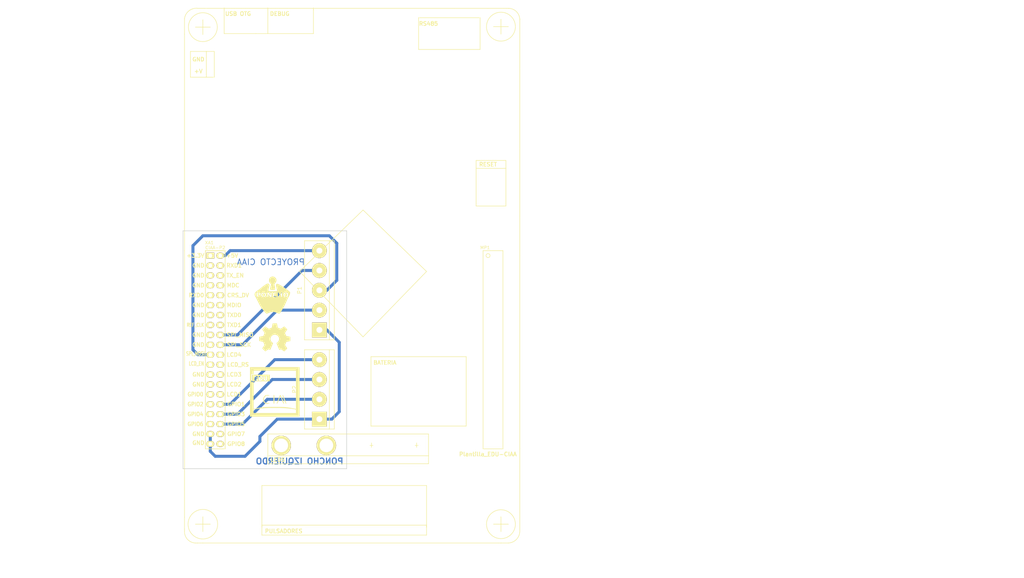
<source format=kicad_pcb>
(kicad_pcb (version 4) (host pcbnew "(2015-08-26 BZR 6128)-product")

  (general
    (links 10)
    (no_connects 0)
    (area 64.059999 74.854999 106.120001 135.965001)
    (thickness 1.6)
    (drawings 36)
    (tracks 40)
    (zones 0)
    (modules 9)
    (nets 9)
  )

  (page A4)
  (title_block
    (title "Poncho Izquierdo - Modelo - Ejemplo - Template")
    (date "lun 05 oct 2015")
    (rev 1.0)
    (company "Proyecto CIAA - COMPUTADORA INDUSTRIAL ABIERTA ARGENTINA")
    (comment 1 https://github.com/ciaa/Ponchos/tree/master/modelos/doc)
    (comment 2 "Autores y Licencia del template (Diego Brengi - UNLaM)")
    (comment 3 "Autor del poncho (COMPLETAR NOMBRE Y APELLIDO). Ver directorio \"doc\"")
    (comment 4 "CÓDIGO PONCHO:")
  )

  (layers
    (0 F.Cu signal)
    (31 B.Cu signal)
    (32 B.Adhes user)
    (33 F.Adhes user)
    (34 B.Paste user)
    (35 F.Paste user)
    (36 B.SilkS user)
    (37 F.SilkS user)
    (38 B.Mask user)
    (39 F.Mask user)
    (40 Dwgs.User user)
    (41 Cmts.User user)
    (42 Eco1.User user)
    (43 Eco2.User user)
    (44 Edge.Cuts user)
    (45 Margin user)
    (46 B.CrtYd user)
    (47 F.CrtYd user)
    (48 B.Fab user)
    (49 F.Fab user)
  )

  (setup
    (last_trace_width 0.381)
    (user_trace_width 0.508)
    (user_trace_width 0.635)
    (user_trace_width 0.762)
    (user_trace_width 1.016)
    (user_trace_width 1.27)
    (user_trace_width 1.524)
    (trace_clearance 0.508)
    (zone_clearance 0.508)
    (zone_45_only no)
    (trace_min 0.2)
    (segment_width 0.2)
    (edge_width 0.15)
    (via_size 0.6)
    (via_drill 0.4)
    (via_min_size 0.4)
    (via_min_drill 0.3)
    (uvia_size 0.3)
    (uvia_drill 0.1)
    (uvias_allowed no)
    (uvia_min_size 0)
    (uvia_min_drill 0)
    (pcb_text_width 0.3)
    (pcb_text_size 1.5 1.5)
    (mod_edge_width 0.15)
    (mod_text_size 0.000001 0.000001)
    (mod_text_width 0.15)
    (pad_size 5 5)
    (pad_drill 3.5)
    (pad_to_mask_clearance 0.2)
    (aux_axis_origin 0 0)
    (visible_elements 7FFEFF7F)
    (pcbplotparams
      (layerselection 0x00020_80000000)
      (usegerberextensions false)
      (excludeedgelayer false)
      (linewidth 0.100000)
      (plotframeref false)
      (viasonmask false)
      (mode 1)
      (useauxorigin false)
      (hpglpennumber 1)
      (hpglpenspeed 20)
      (hpglpendiameter 15)
      (hpglpenoverlay 2)
      (psnegative false)
      (psa4output false)
      (plotreference true)
      (plotvalue false)
      (plotinvisibletext false)
      (padsonsilk false)
      (subtractmaskfromsilk false)
      (outputformat 1)
      (mirror false)
      (drillshape 0)
      (scaleselection 1)
      (outputdirectory ""))
  )

  (net 0 "")
  (net 1 "Net-(P1-Pad3)")
  (net 2 "Net-(P1-Pad4)")
  (net 3 GND)
  (net 4 "Net-(P2-Pad2)")
  (net 5 "Net-(P2-Pad3)")
  (net 6 +5VP)
  (net 7 "Net-(P1-Pad2)")
  (net 8 "Net-(P2-Pad4)")

  (net_class Default "This is the default net class."
    (clearance 0.508)
    (trace_width 0.381)
    (via_dia 0.6)
    (via_drill 0.4)
    (uvia_dia 0.3)
    (uvia_drill 0.1)
    (add_net +5VP)
    (add_net GND)
    (add_net "Net-(P1-Pad2)")
    (add_net "Net-(P1-Pad3)")
    (add_net "Net-(P1-Pad4)")
    (add_net "Net-(P2-Pad2)")
    (add_net "Net-(P2-Pad3)")
    (add_net "Net-(P2-Pad4)")
  )

  (module Poncho_Modelos:bornier5 (layer F.Cu) (tedit 0) (tstamp 560EDCAD)
    (at 99.06 90.17 90)
    (descr "Bornier d'alimentation 4 pins")
    (tags DEV)
    (path /560ED139)
    (fp_text reference P1 (at 0 -5.08 90) (layer F.SilkS)
      (effects (font (size 1 1) (thickness 0.15)))
    )
    (fp_text value CONN_5 (at 0 5.08 90) (layer F.Fab)
      (effects (font (size 1 1) (thickness 0.15)))
    )
    (fp_line (start -12.7 3.81) (end 12.7 3.81) (layer F.SilkS) (width 0.15))
    (fp_line (start -12.7 2.54) (end 12.7 2.54) (layer F.SilkS) (width 0.15))
    (fp_line (start -12.7 -3.81) (end 12.7 -3.81) (layer F.SilkS) (width 0.15))
    (fp_line (start 12.7 -3.81) (end 12.7 3.81) (layer F.SilkS) (width 0.15))
    (fp_line (start -12.7 -3.81) (end -12.7 3.81) (layer F.SilkS) (width 0.15))
    (pad 2 thru_hole circle (at -5.08 0 90) (size 3.81 3.81) (drill 1.524) (layers *.Cu *.Mask F.SilkS)
      (net 7 "Net-(P1-Pad2)"))
    (pad 3 thru_hole circle (at 0 0 90) (size 3.81 3.81) (drill 1.524) (layers *.Cu *.Mask F.SilkS)
      (net 1 "Net-(P1-Pad3)"))
    (pad 1 thru_hole rect (at -10.16 0 90) (size 3.81 3.81) (drill 1.524) (layers *.Cu *.Mask F.SilkS)
      (net 3 GND))
    (pad 4 thru_hole circle (at 5.08 0 90) (size 3.81 3.81) (drill 1.524) (layers *.Cu *.Mask F.SilkS)
      (net 2 "Net-(P1-Pad4)"))
    (pad 5 thru_hole circle (at 10.16 0 90) (size 3.81 3.81) (drill 1.524) (layers *.Cu *.Mask F.SilkS)
      (net 6 +5VP))
    (model Connect.3dshapes/bornier5.wrl
      (at (xyz 0 0 0))
      (scale (xyz 1 1 1))
      (rotate (xyz 0 0 0))
    )
  )

  (module Poncho_Modelos:bornier4 (layer F.Cu) (tedit 0) (tstamp 560EDCBA)
    (at 99.06 115.57 90)
    (descr "Bornier d'alimentation 4 pins")
    (tags DEV)
    (path /560ED17A)
    (fp_text reference P2 (at 0 -6.35 90) (layer F.SilkS)
      (effects (font (size 1 1) (thickness 0.15)))
    )
    (fp_text value CONN_4 (at 0 5.08 90) (layer F.Fab)
      (effects (font (size 1 1) (thickness 0.15)))
    )
    (fp_line (start -10.16 -3.81) (end -10.16 3.81) (layer F.SilkS) (width 0.15))
    (fp_line (start 10.16 3.81) (end 10.16 -3.81) (layer F.SilkS) (width 0.15))
    (fp_line (start 10.16 2.54) (end -10.16 2.54) (layer F.SilkS) (width 0.15))
    (fp_line (start -10.16 -3.81) (end 10.16 -3.81) (layer F.SilkS) (width 0.15))
    (fp_line (start -10.16 3.81) (end 10.16 3.81) (layer F.SilkS) (width 0.15))
    (pad 2 thru_hole circle (at -2.54 0 90) (size 3.81 3.81) (drill 1.524) (layers *.Cu *.Mask F.SilkS)
      (net 4 "Net-(P2-Pad2)"))
    (pad 3 thru_hole circle (at 2.54 0 90) (size 3.81 3.81) (drill 1.524) (layers *.Cu *.Mask F.SilkS)
      (net 5 "Net-(P2-Pad3)"))
    (pad 1 thru_hole rect (at -7.62 0 90) (size 3.81 3.81) (drill 1.524) (layers *.Cu *.Mask F.SilkS)
      (net 3 GND))
    (pad 4 thru_hole circle (at 7.62 0 90) (size 3.81 3.81) (drill 1.524) (layers *.Cu *.Mask F.SilkS)
      (net 8 "Net-(P2-Pad4)"))
    (model Connect.3dshapes/bornier4.wrl
      (at (xyz 0 0 0))
      (scale (xyz 1 1 1))
      (rotate (xyz 0 0 0))
    )
  )

  (module Poncho_Esqueleto:Logo_EDU-CIAA (layer F.Cu) (tedit 560D8BDB) (tstamp 560EE0E7)
    (at 87.63 116.205)
    (fp_text reference G*** (at 0 7.112) (layer F.SilkS) hide
      (effects (font (thickness 0.3048)))
    )
    (fp_text value Logo_EDU-CIAA (at 0.06 -7.8) (layer F.SilkS) hide
      (effects (font (thickness 0.3048)))
    )
    (fp_poly (pts (xy 6.35 6.35) (xy 5.42036 6.35) (xy 5.42036 4.8006) (xy 5.41782 4.7371)
      (xy 5.41782 4.39674) (xy 5.41782 -0.51054) (xy 5.41782 -5.42036) (xy 0 -5.42036)
      (xy -5.42036 -5.42036) (xy -5.42036 -4.99618) (xy -5.42036 -4.572) (xy -5.715 -4.572)
      (xy -6.01218 -4.572) (xy -6.01218 -3.556) (xy -6.01218 -2.54) (xy -5.715 -2.54)
      (xy -5.42036 -2.54) (xy -5.42036 0.9271) (xy -5.42036 4.39674) (xy -5.21462 4.318)
      (xy -5.05968 4.27736) (xy -4.77266 4.21894) (xy -4.39166 4.14782) (xy -3.95224 4.07162)
      (xy -3.7973 4.04622) (xy -3.42392 3.9878) (xy -3.08102 3.94462) (xy -2.74066 3.90906)
      (xy -2.3749 3.88366) (xy -1.9558 3.86842) (xy -1.45542 3.85826) (xy -0.84582 3.85318)
      (xy -0.09652 3.85064) (xy 0 3.85064) (xy 0.76454 3.85318) (xy 1.38938 3.85826)
      (xy 1.90246 3.86588) (xy 2.32918 3.88366) (xy 2.70002 3.90652) (xy 3.04038 3.93954)
      (xy 3.38074 3.98272) (xy 3.74904 4.0386) (xy 3.79476 4.04622) (xy 4.24434 4.12242)
      (xy 4.65074 4.19608) (xy 4.97332 4.25958) (xy 5.17652 4.30784) (xy 5.21208 4.318)
      (xy 5.41782 4.39674) (xy 5.41782 4.7371) (xy 5.41528 4.67614) (xy 5.38226 4.5847)
      (xy 5.29844 4.51612) (xy 5.14604 4.46278) (xy 4.90474 4.41706) (xy 4.55168 4.37134)
      (xy 4.06654 4.31546) (xy 3.59664 4.26466) (xy 2.9464 4.2037) (xy 2.20218 4.16052)
      (xy 1.3462 4.13258) (xy 0.35052 4.12242) (xy 0 4.11988) (xy -0.89154 4.12496)
      (xy -1.65608 4.13766) (xy -2.33426 4.1656) (xy -2.96672 4.20624) (xy -3.59664 4.2672)
      (xy -4.26466 4.34594) (xy -4.7625 4.41452) (xy -5.42036 4.50596) (xy -5.42036 4.96062)
      (xy -5.42036 5.41782) (xy 0 5.41782) (xy 5.41782 5.41782) (xy 5.41782 4.96062)
      (xy 5.42036 4.8006) (xy 5.42036 6.35) (xy 0 6.35) (xy -6.35 6.35)
      (xy -6.35 0) (xy -6.35 -6.35) (xy 0 -6.35) (xy 6.35 -6.35)
      (xy 6.35 0) (xy 6.35 6.35) (xy 6.35 6.35)) (layer F.SilkS) (width 0.00254))
    (fp_poly (pts (xy -1.36398 2.94894) (xy -1.41986 2.99212) (xy -1.58242 3.04292) (xy -1.83134 3.07848)
      (xy -2.08534 3.08864) (xy -2.24028 3.0734) (xy -2.59334 2.89814) (xy -2.84734 2.5908)
      (xy -2.921 2.43586) (xy -3.01752 1.98628) (xy -2.94894 1.55956) (xy -2.71526 1.16586)
      (xy -2.667 1.11252) (xy -2.49174 0.93726) (xy -2.33426 0.84582) (xy -2.12344 0.81026)
      (xy -1.90246 0.80518) (xy -1.57988 0.82296) (xy -1.40462 0.8763) (xy -1.37922 0.90932)
      (xy -1.40208 0.97028) (xy -1.55194 0.98298) (xy -1.70942 0.96774) (xy -2.08788 0.9906)
      (xy -2.39776 1.143) (xy -2.6289 1.39192) (xy -2.75844 1.70434) (xy -2.77876 2.04978)
      (xy -2.67462 2.39522) (xy -2.4765 2.66446) (xy -2.31902 2.80162) (xy -2.159 2.86258)
      (xy -1.9304 2.86766) (xy -1.80086 2.8575) (xy -1.51892 2.84988) (xy -1.36906 2.8829)
      (xy -1.36398 2.94894) (xy -1.36398 2.94894)) (layer F.SilkS) (width 0.00254))
    (fp_poly (pts (xy -0.08636 1.905) (xy -0.0889 2.37236) (xy -0.09906 2.69494) (xy -0.11938 2.90068)
      (xy -0.14986 3.00736) (xy -0.19812 3.04546) (xy -0.21336 3.048) (xy -0.26416 3.0226)
      (xy -0.29972 2.9337) (xy -0.32258 2.7559) (xy -0.33528 2.4638) (xy -0.34036 2.032)
      (xy -0.34036 1.905) (xy -0.33782 1.4351) (xy -0.32766 1.11252) (xy -0.30734 0.90678)
      (xy -0.27432 0.8001) (xy -0.22606 0.762) (xy -0.21336 0.762) (xy -0.16002 0.78486)
      (xy -0.12446 0.87376) (xy -0.1016 1.05156) (xy -0.09144 1.34366) (xy -0.08636 1.77546)
      (xy -0.08636 1.905) (xy -0.08636 1.905)) (layer F.SilkS) (width 0.00254))
    (fp_poly (pts (xy 2.40284 3.0353) (xy 2.30378 3.05308) (xy 2.17678 2.90322) (xy 2.02184 2.59334)
      (xy 1.83642 2.1209) (xy 1.80848 2.03708) (xy 1.6764 1.67132) (xy 1.5621 1.3716)
      (xy 1.47828 1.17094) (xy 1.43764 1.09982) (xy 1.39446 1.17602) (xy 1.3081 1.37922)
      (xy 1.19126 1.68148) (xy 1.05664 2.04978) (xy 1.05664 2.05232) (xy 0.87884 2.52222)
      (xy 0.7366 2.83464) (xy 0.62484 2.99974) (xy 0.57404 3.03022) (xy 0.50546 3.02514)
      (xy 0.49276 2.9591) (xy 0.53848 2.79654) (xy 0.64516 2.52222) (xy 0.78994 2.15646)
      (xy 0.9525 1.7272) (xy 1.08458 1.3716) (xy 1.2319 1.016) (xy 1.35128 0.82296)
      (xy 1.4351 0.77978) (xy 1.4986 0.86106) (xy 1.60782 1.06172) (xy 1.74752 1.35382)
      (xy 1.90246 1.69926) (xy 2.05994 2.06502) (xy 2.20472 2.41554) (xy 2.31902 2.71526)
      (xy 2.39014 2.9337) (xy 2.40284 3.0353) (xy 2.40284 3.0353)) (layer F.SilkS) (width 0.00254))
    (fp_poly (pts (xy 2.96164 2.98704) (xy 2.8956 3.04292) (xy 2.85242 3.048) (xy 2.78384 2.9718)
      (xy 2.67208 2.75844) (xy 2.52984 2.43586) (xy 2.36982 2.02946) (xy 2.3368 1.94056)
      (xy 2.15138 1.41478) (xy 2.03708 1.0414) (xy 1.99136 0.81788) (xy 2.01676 0.74422)
      (xy 2.10566 0.80772) (xy 2.159 0.91186) (xy 2.25552 1.13284) (xy 2.38252 1.44272)
      (xy 2.52476 1.79578) (xy 2.66954 2.16154) (xy 2.79654 2.49936) (xy 2.89814 2.77622)
      (xy 2.95402 2.94894) (xy 2.96164 2.98704) (xy 2.96164 2.98704)) (layer F.SilkS) (width 0.00254))
    (fp_poly (pts (xy -1.27 -2.71018) (xy -1.94818 -2.71018) (xy -1.94818 -3.57378) (xy -1.95834 -3.86334)
      (xy -1.99644 -4.01574) (xy -2.06756 -4.064) (xy -2.07518 -4.064) (xy -2.15138 -4.02336)
      (xy -2.19202 -3.87858) (xy -2.20218 -3.59664) (xy -2.20218 -3.5941) (xy -2.20726 -3.32486)
      (xy -2.2352 -3.1877) (xy -2.2987 -3.14452) (xy -2.39268 -3.1496) (xy -2.50698 -3.1877)
      (xy -2.57048 -3.2893) (xy -2.60096 -3.49758) (xy -2.60858 -3.6195) (xy -2.6416 -3.90398)
      (xy -2.70002 -4.04114) (xy -2.75844 -4.064) (xy -2.82956 -3.99034) (xy -2.8702 -3.80238)
      (xy -2.8829 -3.55092) (xy -2.86258 -3.29438) (xy -2.80924 -3.08102) (xy -2.79146 -3.04292)
      (xy -2.64668 -2.92608) (xy -2.41808 -2.87782) (xy -2.18694 -2.90576) (xy -2.04978 -2.98196)
      (xy -1.9939 -3.11658) (xy -1.95834 -3.36042) (xy -1.94818 -3.57378) (xy -1.94818 -2.71018)
      (xy -3.0861 -2.71018) (xy -3.0861 -3.42138) (xy -3.09372 -3.64744) (xy -3.20548 -3.88874)
      (xy -3.429 -4.0259) (xy -3.76428 -4.064) (xy -4.064 -4.064) (xy -4.064 -3.47218)
      (xy -4.064 -2.88036) (xy -3.7465 -2.88036) (xy -3.51536 -2.89814) (xy -3.3528 -2.93624)
      (xy -3.33756 -2.94386) (xy -3.17246 -3.14198) (xy -3.0861 -3.42138) (xy -3.0861 -2.71018)
      (xy -3.556 -2.71018) (xy -4.23418 -2.71018) (xy -4.23418 -3.00736) (xy -4.29006 -3.09626)
      (xy -4.47548 -3.13182) (xy -4.572 -3.13436) (xy -4.80822 -3.15468) (xy -4.90474 -3.22326)
      (xy -4.91236 -3.26136) (xy -4.84886 -3.35534) (xy -4.64312 -3.38836) (xy -4.61518 -3.38836)
      (xy -4.39674 -3.4163) (xy -4.32054 -3.50266) (xy -4.318 -3.51536) (xy -4.38404 -3.60934)
      (xy -4.58978 -3.64236) (xy -4.61518 -3.64236) (xy -4.81076 -3.66268) (xy -4.90982 -3.71602)
      (xy -4.91236 -3.72618) (xy -4.8387 -3.78206) (xy -4.65328 -3.81) (xy -4.61518 -3.81)
      (xy -4.39674 -3.83794) (xy -4.32054 -3.92684) (xy -4.318 -3.937) (xy -4.36372 -4.01828)
      (xy -4.5212 -4.05638) (xy -4.74218 -4.064) (xy -5.16636 -4.064) (xy -5.16636 -3.47218)
      (xy -5.16636 -2.88036) (xy -4.699 -2.88036) (xy -4.4196 -2.89052) (xy -4.27482 -2.93116)
      (xy -4.23418 -3.00736) (xy -4.23418 -2.71018) (xy -5.842 -2.71018) (xy -5.842 -3.556)
      (xy -5.842 -4.40436) (xy -3.556 -4.40436) (xy -1.27 -4.40436) (xy -1.27 -3.556)
      (xy -1.27 -2.71018) (xy -1.27 -2.71018)) (layer F.SilkS) (width 0.00254))
    (fp_poly (pts (xy -3.33756 -3.59918) (xy -3.34264 -3.35788) (xy -3.46964 -3.1877) (xy -3.65252 -3.13436)
      (xy -3.75666 -3.16738) (xy -3.80238 -3.29184) (xy -3.81 -3.47218) (xy -3.79984 -3.69062)
      (xy -3.74396 -3.78714) (xy -3.61696 -3.81) (xy -3.60172 -3.81) (xy -3.42138 -3.7592)
      (xy -3.33756 -3.59918) (xy -3.33756 -3.59918)) (layer F.SilkS) (width 0.00254))
  )

  (module Poncho_Esqueleto:Logo_Poncho (layer F.Cu) (tedit 560DAFF4) (tstamp 560EEA4B)
    (at 86.995 91.44)
    (fp_text reference G*** (at 0.127 5.588) (layer F.SilkS) hide
      (effects (font (thickness 0.3)))
    )
    (fp_text value LOGO (at 0.762 7.493) (layer F.SilkS) hide
      (effects (font (thickness 0.3)))
    )
    (fp_poly (pts (xy 4.535714 -0.627021) (xy 4.498746 -0.420109) (xy 4.405012 -0.1352) (xy 4.280272 0.162897)
      (xy 4.150281 0.409374) (xy 4.123376 0.447413) (xy 4.123376 -0.123701) (xy 4.058326 -0.436938)
      (xy 3.869112 -0.644378) (xy 3.564639 -0.737671) (xy 3.463636 -0.742208) (xy 3.129516 -0.681223)
      (xy 2.908248 -0.503835) (xy 2.808734 -0.218392) (xy 2.803896 -0.123701) (xy 2.868946 0.189536)
      (xy 3.058159 0.396975) (xy 3.362633 0.490269) (xy 3.463636 0.494805) (xy 3.797606 0.436492)
      (xy 3.958441 0.32987) (xy 4.092315 0.09203) (xy 4.123376 -0.123701) (xy 4.123376 0.447413)
      (xy 4.089856 0.494805) (xy 4.013749 0.621925) (xy 3.89522 0.861365) (xy 3.753792 1.172585)
      (xy 3.672876 1.360714) (xy 3.421635 1.929272) (xy 3.149718 2.496808) (xy 2.869494 3.041693)
      (xy 2.593334 3.542296) (xy 2.556493 3.603955) (xy 2.556493 -0.123701) (xy 2.552598 -0.439936)
      (xy 2.534834 -0.625484) (xy 2.494089 -0.714524) (xy 2.421247 -0.741238) (xy 2.391558 -0.742208)
      (xy 2.270831 -0.703329) (xy 2.228325 -0.558669) (xy 2.226623 -0.494805) (xy 2.206189 -0.31957)
      (xy 2.109798 -0.254982) (xy 1.97922 -0.247402) (xy 1.803985 -0.267837) (xy 1.739397 -0.364227)
      (xy 1.731818 -0.494805) (xy 1.705898 -0.675896) (xy 1.609459 -0.739655) (xy 1.566883 -0.742208)
      (xy 1.482553 -0.727599) (xy 1.433074 -0.660988) (xy 1.40933 -0.508193) (xy 1.402206 -0.235036)
      (xy 1.401948 -0.123701) (xy 1.405843 0.192533) (xy 1.423606 0.378081) (xy 1.464351 0.467122)
      (xy 1.537193 0.493835) (xy 1.566883 0.494805) (xy 1.680559 0.462518) (xy 1.726426 0.336472)
      (xy 1.731818 0.206169) (xy 1.745609 0.012245) (xy 1.815564 -0.067294) (xy 1.97922 -0.082467)
      (xy 2.145441 -0.066377) (xy 2.213617 0.015237) (xy 2.226623 0.206169) (xy 2.245073 0.405103)
      (xy 2.317099 0.48537) (xy 2.391558 0.494805) (xy 2.475887 0.480197) (xy 2.525367 0.413586)
      (xy 2.549111 0.260791) (xy 2.556234 -0.012366) (xy 2.556493 -0.123701) (xy 2.556493 3.603955)
      (xy 2.33361 3.976986) (xy 2.102692 4.324132) (xy 1.912952 4.562103) (xy 1.781691 4.667512)
      (xy 1.660102 4.654002) (xy 1.438445 4.580892) (xy 1.163465 4.463746) (xy 1.154545 4.459546)
      (xy 1.154545 0.36149) (xy 1.110706 0.268405) (xy 0.956623 0.266159) (xy 0.938776 0.269422)
      (xy 0.717011 0.243945) (xy 0.523128 0.11531) (xy 0.417755 -0.07121) (xy 0.412337 -0.123701)
      (xy 0.484303 -0.318602) (xy 0.658393 -0.472009) (xy 0.871896 -0.536691) (xy 0.949632 -0.528355)
      (xy 1.105982 -0.515384) (xy 1.154279 -0.597467) (xy 1.154545 -0.609566) (xy 1.114247 -0.69528)
      (xy 0.970303 -0.735064) (xy 0.783441 -0.742208) (xy 0.429195 -0.687347) (xy 0.198088 -0.523118)
      (xy 0.090717 -0.250044) (xy 0.082467 -0.123701) (xy 0.144642 0.188869) (xy 0.330769 0.392787)
      (xy 0.640252 0.487526) (xy 0.783441 0.494805) (xy 1.022962 0.480515) (xy 1.134243 0.429291)
      (xy 1.154545 0.36149) (xy 1.154545 4.459546) (xy 1.148315 4.456614) (xy 0.592041 4.256938)
      (xy 0.061238 4.207886) (xy -0.164935 4.249843) (xy -0.164935 -0.123701) (xy -0.168831 -0.439936)
      (xy -0.186594 -0.625484) (xy -0.227339 -0.714524) (xy -0.300181 -0.741238) (xy -0.329871 -0.742208)
      (xy -0.435349 -0.716231) (xy -0.483875 -0.609894) (xy -0.495586 -0.391721) (xy -0.496366 -0.041234)
      (xy -0.706429 -0.391721) (xy -0.874005 -0.625569) (xy -1.029731 -0.729733) (xy -1.117986 -0.742208)
      (xy -1.220495 -0.733937) (xy -1.280586 -0.685976) (xy -1.309571 -0.563603) (xy -1.318762 -0.332094)
      (xy -1.319481 -0.123701) (xy -1.315585 0.192533) (xy -1.297822 0.378081) (xy -1.257077 0.467122)
      (xy -1.184235 0.493835) (xy -1.154546 0.494805) (xy -1.049068 0.468829) (xy -1.000541 0.362492)
      (xy -0.988831 0.144318) (xy -0.98805 -0.206169) (xy -0.777988 0.144318) (xy -0.610412 0.378167)
      (xy -0.454685 0.48233) (xy -0.36643 0.494805) (xy -0.263922 0.486535) (xy -0.203831 0.438574)
      (xy -0.174846 0.3162) (xy -0.165655 0.084692) (xy -0.164935 -0.123701) (xy -0.164935 4.249843)
      (xy -0.48241 4.308738) (xy -0.783442 4.420415) (xy -1.059466 4.535832) (xy -1.285963 4.626797)
      (xy -1.401948 4.669513) (xy -1.518876 4.625399) (xy -1.566884 4.584033) (xy -1.566884 -0.123701)
      (xy -1.631934 -0.436938) (xy -1.821147 -0.644378) (xy -2.12562 -0.737671) (xy -2.226624 -0.742208)
      (xy -2.560743 -0.681223) (xy -2.782012 -0.503835) (xy -2.881525 -0.218392) (xy -2.886364 -0.123701)
      (xy -2.821314 0.189536) (xy -2.6321 0.396975) (xy -2.327627 0.490269) (xy -2.226624 0.494805)
      (xy -1.892653 0.436492) (xy -1.731819 0.32987) (xy -1.597945 0.09203) (xy -1.566884 -0.123701)
      (xy -1.566884 4.584033) (xy -1.717176 4.454536) (xy -1.98582 4.166799) (xy -2.061689 4.078924)
      (xy -2.369861 3.70727) (xy -2.632201 3.363429) (xy -2.870341 3.013116) (xy -2.968832 2.849614)
      (xy -2.968832 -0.32987) (xy -3.007485 -0.54598) (xy -3.140146 -0.67528) (xy -3.391869 -0.734039)
      (xy -3.603832 -0.742208) (xy -4.04091 -0.742208) (xy -4.04091 -0.123701) (xy -4.037014 0.192533)
      (xy -4.019251 0.378081) (xy -3.978506 0.467122) (xy -3.905664 0.493835) (xy -3.875974 0.494805)
      (xy -3.746639 0.446485) (xy -3.711039 0.288637) (xy -3.687673 0.146227) (xy -3.584731 0.090232)
      (xy -3.438897 0.082468) (xy -3.16065 0.034793) (xy -3.008068 -0.114765) (xy -2.968832 -0.32987)
      (xy -2.968832 2.849614) (xy -3.105916 2.622046) (xy -3.360558 2.155935) (xy -3.6559 1.580499)
      (xy -3.724805 1.443182) (xy -3.927446 1.040996) (xy -4.107468 0.68891) (xy -4.250627 0.414385)
      (xy -4.342678 0.24488) (xy -4.366512 0.206169) (xy -4.479713 -0.061738) (xy -4.470402 -0.368299)
      (xy -4.39208 -0.562072) (xy -4.211754 -0.794239) (xy -3.970771 -1.027175) (xy -3.729883 -1.205582)
      (xy -3.628572 -1.257014) (xy -3.515586 -1.328258) (xy -3.31072 -1.481511) (xy -3.047204 -1.691308)
      (xy -2.861153 -1.845142) (xy -2.478394 -2.151727) (xy -2.09396 -2.434151) (xy -1.735885 -2.674156)
      (xy -1.432202 -2.853482) (xy -1.210945 -2.953871) (xy -1.135923 -2.968831) (xy -0.992755 -2.911987)
      (xy -0.868796 -2.807085) (xy -0.798823 -2.718089) (xy -0.768465 -2.621372) (xy -0.779148 -2.476306)
      (xy -0.832302 -2.242261) (xy -0.897248 -1.997411) (xy -1.002077 -1.614541) (xy -1.0637 -1.342913)
      (xy -1.062894 -1.163551) (xy -0.980436 -1.05748) (xy -0.797105 -1.005726) (xy -0.493678 -0.989314)
      (xy -0.050932 -0.989267) (xy 0.123701 -0.98961) (xy 0.616616 -0.993152) (xy 0.963601 -1.004879)
      (xy 1.183529 -1.026446) (xy 1.295275 -1.059505) (xy 1.31948 -1.094352) (xy 1.298521 -1.22034)
      (xy 1.243133 -1.457326) (xy 1.164548 -1.757819) (xy 1.150407 -1.809213) (xy 1.043088 -2.255847)
      (xy 1.008894 -2.569631) (xy 1.048676 -2.765972) (xy 1.163285 -2.860279) (xy 1.208992 -2.870512)
      (xy 1.420553 -2.83991) (xy 1.739874 -2.711189) (xy 2.149801 -2.493929) (xy 2.633175 -2.197713)
      (xy 3.172841 -1.832122) (xy 3.525487 -1.576813) (xy 3.929546 -1.272303) (xy 4.214754 -1.04349)
      (xy 4.398878 -0.873667) (xy 4.499689 -0.746128) (xy 4.534955 -0.644167) (xy 4.535714 -0.627021)
      (xy 4.535714 -0.627021)) (layer F.SilkS) (width 0.1))
    (fp_poly (pts (xy 1.023542 -3.736319) (xy 0.895402 -3.389445) (xy 0.679417 -3.11223) (xy 0.563302 -2.982356)
      (xy 0.508034 -2.869698) (xy 0.506066 -2.720981) (xy 0.549854 -2.48293) (xy 0.574294 -2.370022)
      (xy 0.658312 -1.973188) (xy 0.69611 -1.709422) (xy 0.675383 -1.550382) (xy 0.583822 -1.467723)
      (xy 0.409122 -1.433104) (xy 0.16144 -1.419187) (xy -0.12355 -1.415195) (xy -0.339882 -1.428263)
      (xy -0.43645 -1.453549) (xy -0.490308 -1.618268) (xy -0.466441 -1.923684) (xy -0.365224 -2.365222)
      (xy -0.360015 -2.384058) (xy -0.225225 -2.868872) (xy -0.488808 -3.104404) (xy -0.714353 -3.402585)
      (xy -0.808424 -3.746824) (xy -0.77552 -4.096523) (xy -0.620138 -4.411085) (xy -0.346777 -4.649915)
      (xy -0.31571 -4.666738) (xy 0.033719 -4.763905) (xy 0.380075 -4.71573) (xy 0.68714 -4.538441)
      (xy 0.918691 -4.248265) (xy 0.989692 -4.081895) (xy 1.023542 -3.736319) (xy 1.023542 -3.736319)) (layer F.SilkS) (width 0.1))
    (fp_poly (pts (xy -3.320079 -0.321578) (xy -3.381169 -0.206169) (xy -3.537606 -0.087441) (xy -3.656944 -0.12265)
      (xy -3.710414 -0.301007) (xy -3.711039 -0.32987) (xy -3.666881 -0.523821) (xy -3.553583 -0.57585)
      (xy -3.399915 -0.47517) (xy -3.381169 -0.453571) (xy -3.320079 -0.321578) (xy -3.320079 -0.321578)) (layer F.SilkS) (width 0.1))
    (fp_poly (pts (xy -1.911824 -0.1467) (xy -1.935194 -0.006732) (xy -2.006645 0.114199) (xy -2.128505 0.265484)
      (xy -2.225472 0.329848) (xy -2.226624 0.32987) (xy -2.322643 0.267542) (xy -2.444552 0.117317)
      (xy -2.446603 0.114199) (xy -2.537406 -0.05684) (xy -2.52656 -0.197017) (xy -2.465958 -0.318756)
      (xy -2.343482 -0.473895) (xy -2.226624 -0.536039) (xy -2.106037 -0.47051) (xy -1.987289 -0.318756)
      (xy -1.911824 -0.1467) (xy -1.911824 -0.1467)) (layer F.SilkS) (width 0.1))
    (fp_poly (pts (xy 3.778435 -0.1467) (xy 3.755065 -0.006732) (xy 3.683615 0.114199) (xy 3.561755 0.265484)
      (xy 3.464788 0.329848) (xy 3.463636 0.32987) (xy 3.367616 0.267542) (xy 3.245708 0.117317)
      (xy 3.243657 0.114199) (xy 3.152854 -0.05684) (xy 3.163699 -0.197017) (xy 3.224301 -0.318756)
      (xy 3.346778 -0.473895) (xy 3.463636 -0.536039) (xy 3.584223 -0.47051) (xy 3.702971 -0.318756)
      (xy 3.778435 -0.1467) (xy 3.778435 -0.1467)) (layer F.SilkS) (width 0.1))
  )

  (module Poncho_Esqueleto:Logo_OSHWA (layer F.Cu) (tedit 560D8B85) (tstamp 560EEA57)
    (at 87.63 102.235)
    (fp_text reference G101 (at 0 4.2418) (layer F.SilkS) hide
      (effects (font (size 0.7112 0.4572) (thickness 0.1143)))
    )
    (fp_text value Logo_OSHWA (at 0 -4.2418) (layer F.SilkS) hide
      (effects (font (size 0.36322 0.36322) (thickness 0.07112)))
    )
    (fp_poly (pts (xy -2.42316 3.59156) (xy -2.38252 3.57124) (xy -2.28854 3.51282) (xy -2.15392 3.42392)
      (xy -1.99644 3.31978) (xy -1.83896 3.21056) (xy -1.70942 3.1242) (xy -1.61798 3.06578)
      (xy -1.57988 3.04546) (xy -1.55956 3.05054) (xy -1.48336 3.08864) (xy -1.37414 3.14452)
      (xy -1.31064 3.17754) (xy -1.21158 3.22072) (xy -1.16078 3.23088) (xy -1.15316 3.21564)
      (xy -1.11506 3.13944) (xy -1.05918 3.00736) (xy -0.98298 2.83464) (xy -0.89662 2.63144)
      (xy -0.80264 2.413) (xy -0.7112 2.18948) (xy -0.6223 1.97612) (xy -0.54356 1.78562)
      (xy -0.48006 1.63068) (xy -0.43942 1.52146) (xy -0.42418 1.47574) (xy -0.42926 1.46558)
      (xy -0.48006 1.41732) (xy -0.56642 1.35128) (xy -0.75692 1.19634) (xy -0.94234 0.96266)
      (xy -1.05664 0.6985) (xy -1.09474 0.40386) (xy -1.06172 0.13208) (xy -0.95504 -0.12954)
      (xy -0.77216 -0.36576) (xy -0.55118 -0.54102) (xy -0.2921 -0.65278) (xy 0 -0.68834)
      (xy 0.2794 -0.65786) (xy 0.5461 -0.55118) (xy 0.78232 -0.37084) (xy 0.88138 -0.25654)
      (xy 1.01854 -0.01778) (xy 1.09728 0.23876) (xy 1.1049 0.30226) (xy 1.09474 0.5842)
      (xy 1.01092 0.85344) (xy 0.8636 1.09474) (xy 0.65786 1.29032) (xy 0.62992 1.31064)
      (xy 0.53594 1.38176) (xy 0.47244 1.43002) (xy 0.42164 1.47066) (xy 0.77978 2.33172)
      (xy 0.83566 2.46888) (xy 0.93472 2.7051) (xy 1.02108 2.9083) (xy 1.08966 3.06832)
      (xy 1.13792 3.17754) (xy 1.15824 3.22072) (xy 1.16078 3.22326) (xy 1.19126 3.22834)
      (xy 1.2573 3.20294) (xy 1.37668 3.14452) (xy 1.45796 3.10388) (xy 1.5494 3.0607)
      (xy 1.59004 3.04546) (xy 1.6256 3.06324) (xy 1.71196 3.12166) (xy 1.8415 3.20548)
      (xy 1.9939 3.30962) (xy 2.14122 3.41122) (xy 2.27584 3.50012) (xy 2.3749 3.56108)
      (xy 2.42316 3.58902) (xy 2.43078 3.58902) (xy 2.47142 3.56362) (xy 2.55016 3.50012)
      (xy 2.667 3.38836) (xy 2.8321 3.2258) (xy 2.8575 3.2004) (xy 2.99466 3.0607)
      (xy 3.10642 2.94386) (xy 3.18008 2.86258) (xy 3.20548 2.82448) (xy 3.20548 2.82448)
      (xy 3.18262 2.77622) (xy 3.11912 2.6797) (xy 3.03022 2.54254) (xy 2.921 2.38252)
      (xy 2.63652 1.9685) (xy 2.794 1.57734) (xy 2.84226 1.45796) (xy 2.90322 1.31318)
      (xy 2.9464 1.20904) (xy 2.9718 1.16332) (xy 3.01244 1.14808) (xy 3.12166 1.12268)
      (xy 3.2766 1.08966) (xy 3.45948 1.05664) (xy 3.63728 1.02362) (xy 3.7973 0.99314)
      (xy 3.9116 0.97028) (xy 3.9624 0.96012) (xy 3.9751 0.9525) (xy 3.98526 0.9271)
      (xy 3.99288 0.87376) (xy 3.99542 0.77724) (xy 3.99796 0.62484) (xy 3.99796 0.40386)
      (xy 3.99796 0.381) (xy 3.99542 0.17018) (xy 3.99288 0.00254) (xy 3.9878 -0.10668)
      (xy 3.98018 -0.14986) (xy 3.98018 -0.14986) (xy 3.92938 -0.16256) (xy 3.81762 -0.18542)
      (xy 3.6576 -0.21844) (xy 3.4671 -0.254) (xy 3.45694 -0.25654) (xy 3.26644 -0.2921)
      (xy 3.10896 -0.32512) (xy 2.9972 -0.35052) (xy 2.95148 -0.36576) (xy 2.94132 -0.37846)
      (xy 2.90322 -0.45212) (xy 2.84734 -0.56896) (xy 2.78638 -0.71374) (xy 2.72288 -0.86106)
      (xy 2.66954 -0.99568) (xy 2.63398 -1.09474) (xy 2.62382 -1.14046) (xy 2.62382 -1.14046)
      (xy 2.65176 -1.18618) (xy 2.7178 -1.28524) (xy 2.80924 -1.41986) (xy 2.921 -1.58242)
      (xy 2.92862 -1.59512) (xy 3.03784 -1.75514) (xy 3.12674 -1.88976) (xy 3.18516 -1.98628)
      (xy 3.20548 -2.02946) (xy 3.20548 -2.032) (xy 3.16992 -2.08026) (xy 3.08864 -2.16916)
      (xy 2.9718 -2.29108) (xy 2.8321 -2.43332) (xy 2.78638 -2.4765) (xy 2.63144 -2.6289)
      (xy 2.52476 -2.72796) (xy 2.45618 -2.7813) (xy 2.42316 -2.794) (xy 2.42316 -2.79146)
      (xy 2.3749 -2.76352) (xy 2.2733 -2.69748) (xy 2.13614 -2.6035) (xy 1.97358 -2.49428)
      (xy 1.96342 -2.48666) (xy 1.8034 -2.37744) (xy 1.67132 -2.28854) (xy 1.5748 -2.22504)
      (xy 1.53416 -2.19964) (xy 1.52654 -2.19964) (xy 1.46304 -2.21996) (xy 1.34874 -2.25806)
      (xy 1.20904 -2.31394) (xy 1.06172 -2.37236) (xy 0.9271 -2.42824) (xy 0.8255 -2.4765)
      (xy 0.77724 -2.5019) (xy 0.77724 -2.50444) (xy 0.75946 -2.56286) (xy 0.73152 -2.68224)
      (xy 0.6985 -2.84734) (xy 0.6604 -3.04292) (xy 0.65532 -3.0734) (xy 0.61976 -3.2639)
      (xy 0.58928 -3.42138) (xy 0.56642 -3.5306) (xy 0.55372 -3.57632) (xy 0.52832 -3.5814)
      (xy 0.43434 -3.58902) (xy 0.2921 -3.59156) (xy 0.11938 -3.5941) (xy -0.06096 -3.59156)
      (xy -0.23622 -3.58902) (xy -0.38862 -3.58394) (xy -0.4953 -3.57632) (xy -0.54102 -3.56616)
      (xy -0.54356 -3.56362) (xy -0.5588 -3.5052) (xy -0.5842 -3.38582) (xy -0.61976 -3.22072)
      (xy -0.65786 -3.0226) (xy -0.66294 -2.98958) (xy -0.6985 -2.79908) (xy -0.73152 -2.64414)
      (xy -0.75438 -2.53492) (xy -0.76708 -2.49428) (xy -0.78232 -2.48412) (xy -0.86106 -2.4511)
      (xy -0.98806 -2.39776) (xy -1.14808 -2.33426) (xy -1.51384 -2.1844) (xy -1.96088 -2.49428)
      (xy -2.00406 -2.52222) (xy -2.16408 -2.63144) (xy -2.2987 -2.72034) (xy -2.39014 -2.77876)
      (xy -2.42824 -2.80162) (xy -2.43078 -2.79908) (xy -2.4765 -2.76098) (xy -2.5654 -2.67716)
      (xy -2.68732 -2.55778) (xy -2.82702 -2.41808) (xy -2.93116 -2.31394) (xy -3.05562 -2.18694)
      (xy -3.13436 -2.10312) (xy -3.17754 -2.04724) (xy -3.19278 -2.01422) (xy -3.1877 -1.9939)
      (xy -3.15976 -1.94818) (xy -3.09372 -1.84912) (xy -3.00228 -1.71196) (xy -2.89306 -1.55448)
      (xy -2.80162 -1.41986) (xy -2.7051 -1.27) (xy -2.6416 -1.16332) (xy -2.61874 -1.10998)
      (xy -2.62382 -1.08712) (xy -2.65684 -1.00076) (xy -2.71018 -0.86614) (xy -2.77622 -0.70866)
      (xy -2.9337 -0.35306) (xy -3.16738 -0.30988) (xy -3.30708 -0.28194) (xy -3.5052 -0.24384)
      (xy -3.69316 -0.20828) (xy -3.9878 -0.14986) (xy -3.99796 0.93218) (xy -3.95224 0.9525)
      (xy -3.90906 0.9652) (xy -3.79984 0.98806) (xy -3.6449 1.01854) (xy -3.45948 1.0541)
      (xy -3.30454 1.08458) (xy -3.14452 1.11252) (xy -3.03276 1.13538) (xy -2.98196 1.14554)
      (xy -2.96926 1.16332) (xy -2.92862 1.23952) (xy -2.87274 1.36144) (xy -2.81178 1.50876)
      (xy -2.74828 1.65862) (xy -2.6924 1.79832) (xy -2.65176 1.905) (xy -2.63906 1.96088)
      (xy -2.65938 2.00406) (xy -2.72034 2.0955) (xy -2.8067 2.22758) (xy -2.91338 2.38506)
      (xy -3.0226 2.54254) (xy -3.1115 2.67716) (xy -3.175 2.77368) (xy -3.2004 2.81686)
      (xy -3.1877 2.84734) (xy -3.12674 2.92354) (xy -3.00736 3.04546) (xy -2.8321 3.22072)
      (xy -2.80162 3.24866) (xy -2.66192 3.38328) (xy -2.54254 3.4925) (xy -2.46126 3.56616)
      (xy -2.42316 3.59156)) (layer F.SilkS) (width 0.00254))
  )

  (module Poncho_Esqueleto:Conn_Poncho_Izquierdo locked (layer F.Cu) (tedit 560F0D69) (tstamp 56132439)
    (at 71.12 81.28)
    (tags "CONN Poncho")
    (path /560E5596)
    (fp_text reference XA1 (at -0.254 -3.302) (layer F.SilkS)
      (effects (font (size 0.8 0.8) (thickness 0.12)))
    )
    (fp_text value Conn_PonchoMP_2x_20x2 (at 3.175 51.435) (layer F.SilkS) hide
      (effects (font (size 1.016 1.016) (thickness 0.2032)))
    )
    (fp_line (start 34.925 -6.35) (end -6.985 -6.35) (layer Dwgs.User) (width 0.15))
    (fp_line (start 34.925 54.61) (end -6.985 54.61) (layer Dwgs.User) (width 0.15))
    (fp_line (start 34.925 -6.35) (end 34.925 54.61) (layer Dwgs.User) (width 0.15))
    (fp_line (start -6.985 54.61) (end -6.985 -6.35) (layer Dwgs.User) (width 0.15))
    (fp_text user GPIO8 (at 6.604 48.26) (layer F.SilkS)
      (effects (font (size 1 1) (thickness 0.2)))
    )
    (fp_text user GPIO7 (at 6.604 45.72) (layer F.SilkS)
      (effects (font (size 1 1) (thickness 0.2)))
    )
    (fp_text user GPIO5 (at 6.604 43.18) (layer F.SilkS)
      (effects (font (size 1 1) (thickness 0.2)))
    )
    (fp_text user GPIO3 (at 6.604 40.64) (layer F.SilkS)
      (effects (font (size 1 1) (thickness 0.2)))
    )
    (fp_text user GPIO1 (at 6.604 38.1) (layer F.SilkS)
      (effects (font (size 1 1) (thickness 0.2)))
    )
    (fp_text user LCD1 (at 6.096 35.56) (layer F.SilkS)
      (effects (font (size 1 1) (thickness 0.2)))
    )
    (fp_text user LCD2 (at 6.096 33.02) (layer F.SilkS)
      (effects (font (size 1 1) (thickness 0.2)))
    )
    (fp_text user LCD3 (at 6.096 30.48) (layer F.SilkS)
      (effects (font (size 1 1) (thickness 0.2)))
    )
    (fp_text user LCD_RS (at 7.112 27.94) (layer F.SilkS)
      (effects (font (size 1 1) (thickness 0.2)))
    )
    (fp_text user LCD4 (at 6.096 25.4) (layer F.SilkS)
      (effects (font (size 1 1) (thickness 0.2)))
    )
    (fp_text user SPI_SCK (at 7.366 22.86) (layer F.SilkS)
      (effects (font (size 1 1) (thickness 0.2)))
    )
    (fp_text user SPI_MISO (at 7.62 20.32) (layer F.SilkS)
      (effects (font (size 1 1) (thickness 0.2)))
    )
    (fp_text user TXD1 (at 6.096 17.78) (layer F.SilkS)
      (effects (font (size 1 1) (thickness 0.2)))
    )
    (fp_text user TXD0 (at 6.096 15.24) (layer F.SilkS)
      (effects (font (size 1 1) (thickness 0.2)))
    )
    (fp_text user MDIO (at 6.096 12.7) (layer F.SilkS)
      (effects (font (size 1 1) (thickness 0.2)))
    )
    (fp_text user CRS_DV (at 7.112 10.16) (layer F.SilkS)
      (effects (font (size 1 1) (thickness 0.2)))
    )
    (fp_text user MDC (at 5.842 7.62) (layer F.SilkS)
      (effects (font (size 1 1) (thickness 0.2)))
    )
    (fp_text user TX_EN (at 6.35 5.08) (layer F.SilkS)
      (effects (font (size 1 1) (thickness 0.2)))
    )
    (fp_text user RXD1 (at 6.096 2.54) (layer F.SilkS)
      (effects (font (size 1 1) (thickness 0.2)))
    )
    (fp_text user +5V (at 5.588 0) (layer F.SilkS)
      (effects (font (size 1 1) (thickness 0.2)))
    )
    (fp_text user GND (at -3.048 48.006) (layer F.SilkS)
      (effects (font (size 1 1) (thickness 0.2)))
    )
    (fp_text user GND (at -3.048 45.72) (layer F.SilkS)
      (effects (font (size 1 1) (thickness 0.2)))
    )
    (fp_text user GPIO6 (at -3.81 43.18) (layer F.SilkS)
      (effects (font (size 1 0.9) (thickness 0.2)))
    )
    (fp_text user GPIO4 (at -3.81 40.64) (layer F.SilkS)
      (effects (font (size 1 0.9) (thickness 0.2)))
    )
    (fp_text user GPIO2 (at -3.81 38.1) (layer F.SilkS)
      (effects (font (size 1 0.9) (thickness 0.2)))
    )
    (fp_text user GPIO0 (at -3.81 35.56) (layer F.SilkS)
      (effects (font (size 1 0.9) (thickness 0.2)))
    )
    (fp_text user GND (at -3.048 33.02) (layer F.SilkS)
      (effects (font (size 1 1) (thickness 0.2)))
    )
    (fp_text user GND (at -3.048 30.48) (layer F.SilkS)
      (effects (font (size 1 1) (thickness 0.2)))
    )
    (fp_text user LCD_EN (at -3.556 27.686) (layer F.SilkS)
      (effects (font (size 1 0.7) (thickness 0.17)))
    )
    (fp_text user SPI_MOSI (at -3.81 25.146) (layer F.SilkS)
      (effects (font (size 1 0.7) (thickness 0.17)))
    )
    (fp_text user GND (at -3.048 22.86) (layer F.SilkS)
      (effects (font (size 1 1) (thickness 0.2)))
    )
    (fp_text user GND (at -3.048 20.32) (layer F.SilkS)
      (effects (font (size 1 1) (thickness 0.2)))
    )
    (fp_text user REF_CLK (at -3.81 17.78) (layer F.SilkS)
      (effects (font (size 0.9 0.7) (thickness 0.175)))
    )
    (fp_text user GND (at -3.048 15.24) (layer F.SilkS)
      (effects (font (size 1 1) (thickness 0.2)))
    )
    (fp_text user GND (at -3.048 12.7) (layer F.SilkS)
      (effects (font (size 1 1) (thickness 0.2)))
    )
    (fp_text user GND (at -3.048 7.62) (layer F.SilkS)
      (effects (font (size 1 1) (thickness 0.2)))
    )
    (fp_text user RXD0 (at -3.556 10.16) (layer F.SilkS)
      (effects (font (size 1 1) (thickness 0.2)))
    )
    (fp_text user GND (at -3.048 5.08) (layer F.SilkS)
      (effects (font (size 1 1) (thickness 0.2)))
    )
    (fp_text user GND (at -3.048 2.54) (layer F.SilkS)
      (effects (font (size 1 1) (thickness 0.2)))
    )
    (fp_text user +3.3V (at -3.81 0) (layer F.SilkS)
      (effects (font (size 1 1) (thickness 0.2)))
    )
    (fp_text user CIAA-P2 (at 1.27 -2.032) (layer F.SilkS)
      (effects (font (size 0.8 0.8) (thickness 0.12)))
    )
    (fp_line (start -1.27 0) (end -1.27 -1.27) (layer F.SilkS) (width 0.15))
    (fp_line (start -1.27 -1.27) (end 3.81 -1.27) (layer F.SilkS) (width 0.15))
    (fp_line (start 3.81 -1.27) (end 3.81 49.53) (layer F.SilkS) (width 0.15))
    (fp_line (start 3.81 49.53) (end -1.27 49.53) (layer F.SilkS) (width 0.15))
    (fp_line (start -1.27 49.53) (end -1.27 0) (layer F.SilkS) (width 0.15))
    (pad 41 thru_hole rect (at 0 0 270) (size 1.524 2) (drill 1.016) (layers *.Cu *.Mask F.SilkS))
    (pad 42 thru_hole oval (at 2.54 0 270) (size 1.524 2) (drill 1.016) (layers *.Cu *.Mask F.SilkS)
      (net 6 +5VP))
    (pad 43 thru_hole oval (at 0 2.54 270) (size 1.524 2) (drill 1.016) (layers *.Cu *.Mask F.SilkS))
    (pad 44 thru_hole oval (at 2.54 2.54 270) (size 1.524 2) (drill 1.016) (layers *.Cu *.Mask F.SilkS))
    (pad 45 thru_hole oval (at 0 5.08 270) (size 1.524 2) (drill 1.016) (layers *.Cu *.Mask F.SilkS))
    (pad 46 thru_hole oval (at 2.54 5.08 270) (size 1.524 2) (drill 1.016) (layers *.Cu *.Mask F.SilkS))
    (pad 47 thru_hole oval (at 0 7.62 270) (size 1.524 2) (drill 1.016) (layers *.Cu *.Mask F.SilkS))
    (pad 48 thru_hole oval (at 2.54 7.62 270) (size 1.524 2) (drill 1.016) (layers *.Cu *.Mask F.SilkS))
    (pad 49 thru_hole oval (at 0 10.16 270) (size 1.524 2) (drill 1.016) (layers *.Cu *.Mask F.SilkS))
    (pad 50 thru_hole oval (at 2.54 10.16 270) (size 1.524 2) (drill 1.016) (layers *.Cu *.Mask F.SilkS))
    (pad 51 thru_hole oval (at 0 12.7 270) (size 1.524 2) (drill 1.016) (layers *.Cu *.Mask F.SilkS))
    (pad 52 thru_hole oval (at 2.54 12.7 270) (size 1.524 2) (drill 1.016) (layers *.Cu *.Mask F.SilkS))
    (pad 53 thru_hole oval (at 0 15.24 270) (size 1.524 2) (drill 1.016) (layers *.Cu *.Mask F.SilkS))
    (pad 54 thru_hole oval (at 2.54 15.24 270) (size 1.524 2) (drill 1.016) (layers *.Cu *.Mask F.SilkS))
    (pad 55 thru_hole oval (at 0 17.78 270) (size 1.524 2) (drill 1.016) (layers *.Cu *.Mask F.SilkS))
    (pad 56 thru_hole oval (at 2.54 17.78 270) (size 1.524 2) (drill 1.016) (layers *.Cu *.Mask F.SilkS))
    (pad 57 thru_hole oval (at 0 20.32 270) (size 1.524 2) (drill 1.016) (layers *.Cu *.Mask F.SilkS))
    (pad 58 thru_hole oval (at 2.54 20.32 270) (size 1.524 2) (drill 1.016) (layers *.Cu *.Mask F.SilkS)
      (net 2 "Net-(P1-Pad4)"))
    (pad 59 thru_hole oval (at 0 22.86 270) (size 1.524 2) (drill 1.016) (layers *.Cu *.Mask F.SilkS))
    (pad 60 thru_hole oval (at 2.54 22.86 270) (size 1.524 2) (drill 1.016) (layers *.Cu *.Mask F.SilkS)
      (net 7 "Net-(P1-Pad2)"))
    (pad 61 thru_hole oval (at 0 25.4 270) (size 1.524 2) (drill 1.016) (layers *.Cu *.Mask F.SilkS)
      (net 1 "Net-(P1-Pad3)"))
    (pad 62 thru_hole oval (at 2.54 25.4 270) (size 1.524 2) (drill 1.016) (layers *.Cu *.Mask F.SilkS))
    (pad 63 thru_hole oval (at 0 27.94 270) (size 1.524 2) (drill 1.016) (layers *.Cu *.Mask F.SilkS))
    (pad 64 thru_hole oval (at 2.54 27.94 270) (size 1.524 2) (drill 1.016) (layers *.Cu *.Mask F.SilkS))
    (pad 65 thru_hole oval (at 0 30.48 270) (size 1.524 2) (drill 1.016) (layers *.Cu *.Mask F.SilkS))
    (pad 66 thru_hole oval (at 2.54 30.48 270) (size 1.524 2) (drill 1.016) (layers *.Cu *.Mask F.SilkS))
    (pad 67 thru_hole oval (at 0 33.02 270) (size 1.524 2) (drill 1.016) (layers *.Cu *.Mask F.SilkS))
    (pad 68 thru_hole oval (at 2.54 33.02 270) (size 1.524 2) (drill 1.016) (layers *.Cu *.Mask F.SilkS))
    (pad 69 thru_hole oval (at 0 35.56 270) (size 1.524 2) (drill 1.016) (layers *.Cu *.Mask F.SilkS))
    (pad 70 thru_hole oval (at 2.54 35.56 270) (size 1.524 2) (drill 1.016) (layers *.Cu *.Mask F.SilkS))
    (pad 71 thru_hole oval (at 0 38.1 270) (size 1.524 2) (drill 1.016) (layers *.Cu *.Mask F.SilkS))
    (pad 72 thru_hole oval (at 2.54 38.1 270) (size 1.524 2) (drill 1.016) (layers *.Cu *.Mask F.SilkS)
      (net 8 "Net-(P2-Pad4)"))
    (pad 73 thru_hole oval (at 0 40.64 270) (size 1.524 2) (drill 1.016) (layers *.Cu *.Mask F.SilkS))
    (pad 74 thru_hole oval (at 2.54 40.64 270) (size 1.524 2) (drill 1.016) (layers *.Cu *.Mask F.SilkS)
      (net 5 "Net-(P2-Pad3)"))
    (pad 75 thru_hole oval (at 0 43.18 270) (size 1.524 2) (drill 1.016) (layers *.Cu *.Mask F.SilkS))
    (pad 76 thru_hole oval (at 2.54 43.18 270) (size 1.524 2) (drill 1.016) (layers *.Cu *.Mask F.SilkS)
      (net 4 "Net-(P2-Pad2)"))
    (pad 77 thru_hole oval (at 0 45.72 270) (size 1.524 2) (drill 1.016) (layers *.Cu *.Mask F.SilkS)
      (net 3 GND))
    (pad 78 thru_hole oval (at 2.54 45.72 270) (size 1.524 2) (drill 1.016) (layers *.Cu *.Mask F.SilkS))
    (pad 79 thru_hole oval (at 0 48.26 270) (size 1.524 2) (drill 1.016) (layers *.Cu *.Mask F.SilkS)
      (net 3 GND))
    (pad 80 thru_hole oval (at 2.54 48.26 270) (size 1.524 2) (drill 1.016) (layers *.Cu *.Mask F.SilkS))
  )

  (module Poncho_Modelos:Led_Hole (layer F.Cu) (tedit 5613342C) (tstamp 56133650)
    (at 89.281 129.921)
    (path /5613C419)
    (fp_text reference H1 (at 0.127 3.937) (layer F.SilkS) hide
      (effects (font (size 1 1) (thickness 0.15)))
    )
    (fp_text value PCB_HOLE (at 0.127 -3.429) (layer Dwgs.User) hide
      (effects (font (size 1 1) (thickness 0.15)))
    )
    (pad 1 thru_hole circle (at 0 0) (size 5 5) (drill 3.5) (layers *.Cu *.Mask F.SilkS))
  )

  (module Poncho_Modelos:Led_Hole (layer F.Cu) (tedit 5613342C) (tstamp 56133655)
    (at 100.838 129.921)
    (path /5613C2CE)
    (fp_text reference H2 (at 0.127 3.937) (layer F.SilkS) hide
      (effects (font (size 1 1) (thickness 0.15)))
    )
    (fp_text value PCB_HOLE (at 0.127 -3.429) (layer Dwgs.User) hide
      (effects (font (size 1 1) (thickness 0.15)))
    )
    (pad 1 thru_hole circle (at 0 0) (size 5 5) (drill 3.5) (layers *.Cu *.Mask F.SilkS))
  )

  (module Poncho_Esqueleto:Plantilla_EDU-CIAA locked (layer F.Cu) (tedit 56133CC8) (tstamp 56133CAC)
    (at 142.24 81.28)
    (tags "plantilla poncho EDU CIAA")
    (fp_text reference MP1 (at -0.762 -2.032) (layer F.SilkS)
      (effects (font (size 0.8 0.8) (thickness 0.12)))
    )
    (fp_text value Plantilla_EDU-CIAA (at -0.03 50.9) (layer F.SilkS)
      (effects (font (size 1.016 1.016) (thickness 0.2032)))
    )
    (fp_circle (center -71.12 0) (end -70.612 0) (layer F.SilkS) (width 0.15))
    (fp_line (start -30.099 48.641) (end -30.226 48.641) (layer F.SilkS) (width 0.15))
    (fp_line (start -29.845 48.641) (end -30.099 48.641) (layer F.SilkS) (width 0.15))
    (fp_line (start -29.845 48.641) (end -29.464 48.641) (layer F.SilkS) (width 0.15))
    (fp_line (start -29.845 48.641) (end -29.845 49.149) (layer F.SilkS) (width 0.15))
    (fp_line (start -29.845 48.641) (end -29.845 48.006) (layer F.SilkS) (width 0.15))
    (fp_line (start -52.959 48.133) (end -52.959 48.006) (layer F.SilkS) (width 0.15))
    (fp_line (start -52.959 48.641) (end -53.34 48.641) (layer F.SilkS) (width 0.15))
    (fp_line (start -52.959 48.641) (end -52.578 48.641) (layer F.SilkS) (width 0.15))
    (fp_line (start -52.959 48.641) (end -52.959 49.149) (layer F.SilkS) (width 0.15))
    (fp_line (start -52.959 48.641) (end -52.959 48.133) (layer F.SilkS) (width 0.15))
    (fp_line (start -41.656 48.641) (end -41.783 48.641) (layer F.SilkS) (width 0.15))
    (fp_line (start -41.402 48.641) (end -41.656 48.641) (layer F.SilkS) (width 0.15))
    (fp_line (start -41.402 48.641) (end -41.021 48.641) (layer F.SilkS) (width 0.15))
    (fp_line (start -41.402 48.641) (end -41.402 49.149) (layer F.SilkS) (width 0.15))
    (fp_line (start -41.402 48.641) (end -41.402 48.006) (layer F.SilkS) (width 0.15))
    (fp_line (start -18.288 48.641) (end -18.669 48.641) (layer F.SilkS) (width 0.15))
    (fp_line (start -18.288 48.641) (end -17.907 48.641) (layer F.SilkS) (width 0.15))
    (fp_line (start -18.288 48.641) (end -18.288 49.149) (layer F.SilkS) (width 0.15))
    (fp_line (start -18.288 48.641) (end -18.288 48.006) (layer F.SilkS) (width 0.15))
    (fp_line (start -73.025 68.834) (end -74.93 68.834) (layer F.SilkS) (width 0.15))
    (fp_line (start -73.025 68.834) (end -71.12 68.834) (layer F.SilkS) (width 0.15))
    (fp_line (start -73.025 68.834) (end -73.025 70.739) (layer F.SilkS) (width 0.15))
    (fp_line (start -73.025 68.834) (end -73.025 66.929) (layer F.SilkS) (width 0.15))
    (fp_circle (center -73.025 68.834) (end -72.136 65.151) (layer F.SilkS) (width 0.15))
    (fp_circle (center 3.302 68.834) (end 6.858 69.85) (layer F.SilkS) (width 0.15))
    (fp_line (start 3.302 68.834) (end 5.207 68.834) (layer F.SilkS) (width 0.15))
    (fp_line (start 3.302 68.834) (end 1.397 68.834) (layer F.SilkS) (width 0.15))
    (fp_line (start 3.302 68.834) (end 3.302 70.739) (layer F.SilkS) (width 0.15))
    (fp_line (start 3.302 68.834) (end 3.302 66.929) (layer F.SilkS) (width 0.15))
    (fp_line (start 3.302 -58.674) (end 1.397 -58.674) (layer F.SilkS) (width 0.15))
    (fp_line (start 3.302 -58.674) (end 5.207 -58.674) (layer F.SilkS) (width 0.15))
    (fp_line (start 3.302 -58.674) (end 3.302 -56.769) (layer F.SilkS) (width 0.15))
    (fp_line (start 3.302 -58.674) (end 3.302 -60.579) (layer F.SilkS) (width 0.15))
    (fp_circle (center 3.302 -58.674) (end 6.731 -57.277) (layer F.SilkS) (width 0.15))
    (fp_circle (center -73.025 -58.547) (end -69.469 -59.563) (layer F.SilkS) (width 0.15))
    (fp_line (start -73.025 -58.547) (end -74.93 -58.547) (layer F.SilkS) (width 0.15))
    (fp_line (start -73.025 -58.547) (end -71.12 -58.547) (layer F.SilkS) (width 0.15))
    (fp_line (start -73.025 -58.547) (end -73.025 -56.642) (layer F.SilkS) (width 0.15))
    (fp_line (start -73.025 -58.547) (end -73.025 -60.452) (layer F.SilkS) (width 0.15))
    (fp_circle (center 0 0) (end 0.508 0) (layer F.SilkS) (width 0.15))
    (fp_line (start -72.136 -45.72) (end -70.104 -45.72) (layer F.SilkS) (width 0.15))
    (fp_line (start -70.104 -45.72) (end -70.104 -52.324) (layer F.SilkS) (width 0.15))
    (fp_line (start -70.104 -52.324) (end -72.136 -52.324) (layer F.SilkS) (width 0.15))
    (fp_text user GND (at -74.168 -50.292) (layer F.SilkS)
      (effects (font (size 1 1) (thickness 0.2)))
    )
    (fp_text user +V (at -74.168 -47.244) (layer F.SilkS)
      (effects (font (size 1 1) (thickness 0.2)))
    )
    (fp_line (start -76.2 -45.72) (end -72.136 -45.72) (layer F.SilkS) (width 0.15))
    (fp_line (start -72.136 -45.72) (end -72.136 -52.324) (layer F.SilkS) (width 0.15))
    (fp_line (start -72.136 -52.324) (end -76.2 -52.324) (layer F.SilkS) (width 0.15))
    (fp_line (start -76.2 -52.324) (end -76.2 -45.72) (layer F.SilkS) (width 0.15))
    (fp_text user DEBUG (at -53.34 -61.976) (layer F.SilkS)
      (effects (font (size 1 1) (thickness 0.2)))
    )
    (fp_text user "USB OTG" (at -64.008 -61.976) (layer F.SilkS)
      (effects (font (size 1 1) (thickness 0.2)))
    )
    (fp_line (start -56.388 -56.896) (end -56.388 -63.5) (layer F.SilkS) (width 0.15))
    (fp_line (start -44.704 -62.992) (end -44.704 -63.5) (layer F.SilkS) (width 0.15))
    (fp_line (start -67.564 -56.896) (end -67.564 -62.992) (layer F.SilkS) (width 0.15))
    (fp_line (start -67.564 -62.992) (end -67.564 -63.5) (layer F.SilkS) (width 0.15))
    (fp_line (start -44.704 -62.992) (end -44.704 -56.896) (layer F.SilkS) (width 0.15))
    (fp_line (start -44.704 -56.896) (end -59.436 -56.896) (layer F.SilkS) (width 0.15))
    (fp_line (start -67.564 -56.896) (end -59.436 -56.896) (layer F.SilkS) (width 0.15))
    (fp_text user RS485 (at -15.24 -59.436) (layer F.SilkS)
      (effects (font (size 1 1) (thickness 0.2)))
    )
    (fp_line (start -17.78 -52.832) (end -2.032 -52.832) (layer F.SilkS) (width 0.15))
    (fp_line (start -2.032 -52.832) (end -2.032 -60.96) (layer F.SilkS) (width 0.15))
    (fp_line (start -2.032 -60.96) (end -17.78 -60.96) (layer F.SilkS) (width 0.15))
    (fp_line (start -17.78 -60.96) (end -17.78 -52.832) (layer F.SilkS) (width 0.15))
    (fp_line (start -32.004 20.828) (end -48.26 4.064) (layer F.SilkS) (width 0.15))
    (fp_line (start -48.26 4.064) (end -32.004 -11.684) (layer F.SilkS) (width 0.15))
    (fp_line (start -32.004 -11.684) (end -15.748 4.064) (layer F.SilkS) (width 0.15))
    (fp_line (start -15.748 4.064) (end -32.004 20.828) (layer F.SilkS) (width 0.15))
    (fp_text user RESET (at 0 -23.368) (layer F.SilkS)
      (effects (font (size 1 1) (thickness 0.2)))
    )
    (fp_line (start -57.912 71.628) (end -57.912 69.088) (layer F.SilkS) (width 0.15))
    (fp_line (start -57.912 71.628) (end -15.748 71.628) (layer F.SilkS) (width 0.15))
    (fp_line (start -15.748 71.628) (end -15.748 69.088) (layer F.SilkS) (width 0.15))
    (fp_line (start -57.912 69.088) (end -15.748 69.088) (layer F.SilkS) (width 0.15))
    (fp_line (start -56.388 53.34) (end -56.388 51.308) (layer F.SilkS) (width 0.15))
    (fp_line (start -56.388 53.34) (end -15.24 53.34) (layer F.SilkS) (width 0.15))
    (fp_line (start -15.24 53.34) (end -15.24 51.308) (layer F.SilkS) (width 0.15))
    (fp_line (start 4.572 -22.352) (end -3.048 -22.352) (layer F.SilkS) (width 0.15))
    (fp_line (start -3.048 -12.7) (end 4.572 -12.7) (layer F.SilkS) (width 0.15))
    (fp_line (start 4.572 -12.7) (end 4.572 -24.384) (layer F.SilkS) (width 0.15))
    (fp_line (start 4.572 -24.384) (end -3.048 -24.384) (layer F.SilkS) (width 0.15))
    (fp_line (start -3.048 -24.384) (end -3.048 -12.7) (layer F.SilkS) (width 0.15))
    (fp_text user BATERIA (at -26.416 27.432) (layer F.SilkS)
      (effects (font (size 1 1) (thickness 0.2)))
    )
    (fp_line (start -29.972 43.688) (end -5.588 43.688) (layer F.SilkS) (width 0.15))
    (fp_line (start -5.588 43.688) (end -5.588 25.908) (layer F.SilkS) (width 0.15))
    (fp_line (start -5.588 25.908) (end -29.972 25.908) (layer F.SilkS) (width 0.15))
    (fp_line (start -29.972 25.908) (end -29.972 43.688) (layer F.SilkS) (width 0.15))
    (fp_text user LEDS (at -53.848 52.324) (layer F.SilkS)
      (effects (font (size 1 1) (thickness 0.2)))
    )
    (fp_line (start -56.388 51.308) (end -15.24 51.308) (layer F.SilkS) (width 0.15))
    (fp_line (start -15.24 51.308) (end -15.24 45.72) (layer F.SilkS) (width 0.15))
    (fp_line (start -15.24 45.72) (end -56.388 45.72) (layer F.SilkS) (width 0.15))
    (fp_line (start -56.388 45.72) (end -56.388 51.308) (layer F.SilkS) (width 0.15))
    (fp_text user PULSADORES (at -52.324 70.612) (layer F.SilkS)
      (effects (font (size 1 1) (thickness 0.2)))
    )
    (fp_line (start -15.748 69.596) (end -15.748 58.928) (layer F.SilkS) (width 0.15))
    (fp_line (start -15.748 58.928) (end -57.912 58.928) (layer F.SilkS) (width 0.15))
    (fp_line (start -57.912 58.928) (end -57.912 69.596) (layer F.SilkS) (width 0.15))
    (fp_line (start -77.724 49.276) (end -77.724 -1.27) (layer F.SilkS) (width 0.15))
    (fp_arc (start -74.803 70.739) (end -74.93 73.66) (angle 90) (layer F.SilkS) (width 0.15))
    (fp_arc (start 5.08 70.612) (end 8.128 70.485) (angle 90) (layer F.SilkS) (width 0.15))
    (fp_arc (start 5.207 -60.452) (end 5.207 -63.373) (angle 90) (layer F.SilkS) (width 0.15))
    (fp_line (start -77.724 -60.706) (end -77.724 -56.769) (layer F.SilkS) (width 0.15))
    (fp_line (start -72.263 -63.373) (end -74.295 -63.373) (layer F.SilkS) (width 0.15))
    (fp_arc (start -74.676 -60.325) (end -77.724 -60.706) (angle 90) (layer F.SilkS) (width 0.15))
    (fp_line (start 5.461 -63.373) (end 4.826 -63.373) (layer F.SilkS) (width 0.15))
    (fp_line (start 8.128 -60.579) (end 8.128 -60.706) (layer F.SilkS) (width 0.15))
    (fp_line (start 8.128 -60.706) (end 8.128 -60.452) (layer F.SilkS) (width 0.15))
    (fp_line (start 3.937 -63.373) (end 4.826 -63.373) (layer F.SilkS) (width 0.15))
    (fp_line (start 0 -63.373) (end 3.937 -63.373) (layer F.SilkS) (width 0.15))
    (fp_line (start 8.128 -58.293) (end 8.128 -60.579) (layer F.SilkS) (width 0.15))
    (fp_line (start 0 -63.373) (end -8.636 -63.373) (layer F.SilkS) (width 0.15))
    (fp_line (start -8.636 -63.373) (end -72.136 -63.373) (layer F.SilkS) (width 0.15))
    (fp_line (start -77.724 -1.27) (end -77.724 -56.769) (layer F.SilkS) (width 0.15))
    (fp_line (start 8.128 -1.27) (end 8.128 -10.16) (layer F.SilkS) (width 0.15))
    (fp_line (start 8.128 -10.16) (end 8.128 -27.432) (layer F.SilkS) (width 0.15))
    (fp_line (start 8.128 -27.432) (end 8.128 -48.26) (layer F.SilkS) (width 0.15))
    (fp_line (start 8.128 -48.26) (end 8.128 -55.499) (layer F.SilkS) (width 0.15))
    (fp_line (start 8.128 -55.499) (end 8.128 -58.293) (layer F.SilkS) (width 0.15))
    (fp_line (start -77.724 70.612) (end -77.724 70.104) (layer F.SilkS) (width 0.15))
    (fp_line (start -74.422 73.66) (end -74.93 73.66) (layer F.SilkS) (width 0.15))
    (fp_line (start -73.025 73.66) (end -74.422 73.66) (layer F.SilkS) (width 0.15))
    (fp_line (start -77.724 67.056) (end -77.724 70.104) (layer F.SilkS) (width 0.15))
    (fp_line (start 3.302 73.66) (end 5.207 73.66) (layer F.SilkS) (width 0.15))
    (fp_line (start 8.128 66.802) (end 8.128 70.485) (layer F.SilkS) (width 0.15))
    (fp_line (start 8.128 49.403) (end 8.128 66.802) (layer F.SilkS) (width 0.15))
    (fp_line (start -77.724 49.403) (end -77.724 67.056) (layer F.SilkS) (width 0.15))
    (fp_line (start 3.302 73.66) (end -73.025 73.66) (layer F.SilkS) (width 0.15))
    (fp_line (start 8.128 0) (end 8.128 -1.27) (layer F.SilkS) (width 0.15))
    (fp_line (start 8.128 0) (end 8.128 49.53) (layer F.SilkS) (width 0.15))
    (fp_line (start -72.39 0) (end -72.39 -1.27) (layer F.SilkS) (width 0.15))
    (fp_line (start -72.39 -1.27) (end -67.31 -1.27) (layer F.SilkS) (width 0.15))
    (fp_line (start -67.31 -1.27) (end -67.31 49.53) (layer F.SilkS) (width 0.15))
    (fp_line (start -67.31 49.53) (end -72.39 49.53) (layer F.SilkS) (width 0.15))
    (fp_line (start -72.39 49.53) (end -72.39 0) (layer F.SilkS) (width 0.15))
    (fp_line (start -1.27 49.53) (end -1.27 -1.27) (layer F.SilkS) (width 0.15))
    (fp_line (start 3.81 49.53) (end 3.81 -1.27) (layer F.SilkS) (width 0.15))
    (fp_line (start 3.81 49.53) (end -1.27 49.53) (layer F.SilkS) (width 0.15))
    (fp_line (start 3.81 -1.27) (end -1.27 -1.27) (layer F.SilkS) (width 0.15))
  )

  (gr_line (start 64.135 135.89) (end 64.135 74.93) (angle 90) (layer Edge.Cuts) (width 0.15))
  (gr_line (start 106.045 135.89) (end 64.135 135.89) (angle 90) (layer Edge.Cuts) (width 0.15))
  (gr_line (start 106.045 74.93) (end 106.045 135.89) (angle 90) (layer Edge.Cuts) (width 0.15))
  (gr_line (start 64.135 74.93) (end 106.045 74.93) (angle 90) (layer Edge.Cuts) (width 0.15))
  (dimension 41.91 (width 0.3) (layer Dwgs.User)
    (gr_text 41,910mm (at 85.09 68.5) (layer Dwgs.User)
      (effects (font (size 1.5 1.5) (thickness 0.3)))
    )
    (feature1 (pts (xy 106.045 74.93) (xy 106.045 67.15)))
    (feature2 (pts (xy 64.135 74.93) (xy 64.135 67.15)))
    (crossbar (pts (xy 64.135 69.85) (xy 106.045 69.85)))
    (arrow1a (pts (xy 106.045 69.85) (xy 104.918496 70.436421)))
    (arrow1b (pts (xy 106.045 69.85) (xy 104.918496 69.263579)))
    (arrow2a (pts (xy 64.135 69.85) (xy 65.261504 70.436421)))
    (arrow2b (pts (xy 64.135 69.85) (xy 65.261504 69.263579)))
  )
  (dimension 60.96 (width 0.3) (layer Dwgs.User)
    (gr_text 60,960mm (at 58.34 105.41 270) (layer Dwgs.User)
      (effects (font (size 1.5 1.5) (thickness 0.3)))
    )
    (feature1 (pts (xy 64.135 135.89) (xy 56.99 135.89)))
    (feature2 (pts (xy 64.135 74.93) (xy 56.99 74.93)))
    (crossbar (pts (xy 59.69 74.93) (xy 59.69 135.89)))
    (arrow1a (pts (xy 59.69 135.89) (xy 59.103579 134.763496)))
    (arrow1b (pts (xy 59.69 135.89) (xy 60.276421 134.763496)))
    (arrow2a (pts (xy 59.69 74.93) (xy 59.103579 76.056504)))
    (arrow2b (pts (xy 59.69 74.93) (xy 60.276421 76.056504)))
  )
  (gr_line (start 228.6 163.83) (end 227.965 163.195) (angle 90) (layer Dwgs.User) (width 0.2))
  (gr_line (start 229.235 163.195) (end 228.6 163.83) (angle 90) (layer Dwgs.User) (width 0.2))
  (gr_line (start 228.6 163.83) (end 229.235 163.195) (angle 90) (layer Dwgs.User) (width 0.2))
  (gr_line (start 228.6 153.035) (end 228.6 163.83) (angle 90) (layer Dwgs.User) (width 0.2))
  (gr_line (start 223.52 153.035) (end 228.6 153.035) (angle 90) (layer Dwgs.User) (width 0.2))
  (gr_text "Editar el rótulo" (at 213.36 153.035) (layer Dwgs.User)
    (effects (font (size 1.5 1.5) (thickness 0.3)))
  )
  (gr_line (start 172.085 96.52) (end 172.72 97.155) (angle 90) (layer Dwgs.User) (width 0.2))
  (gr_line (start 172.085 96.52) (end 172.72 95.885) (angle 90) (layer Dwgs.User) (width 0.2))
  (gr_line (start 201.295 96.52) (end 172.085 96.52) (angle 90) (layer Dwgs.User) (width 0.2))
  (gr_text "Se sugiere colocar código de \nPoncho en cobre, serigrafía y rótulo." (at 201.93 96.52) (layer Dwgs.User)
    (effects (font (size 1.5 1.5) (thickness 0.3)) (justify left))
  )
  (gr_text "Editar  el stackup para reflejar \ncantidad de capas, si se han \nrealizado cálculos de impedancia o\nsi es relevante para el funcionamiento." (at 253.365 45.085) (layer Dwgs.User)
    (effects (font (size 1.5 1.5) (thickness 0.3)))
  )
  (gr_text "Diseño simple faz.\nSin requerimientos especiales." (at 194.945 24.13) (layer Dwgs.User)
    (effects (font (size 1.5 1.5) (thickness 0.3)) (justify left))
  )
  (gr_text STACK-UP (at 227.965 19.05) (layer Dwgs.User)
    (effects (font (size 1.5 1.5) (thickness 0.3)))
  )
  (gr_line (start 278.765 16.51) (end 186.69 16.51) (angle 90) (layer Dwgs.User) (width 0.2))
  (gr_line (start 278.765 53.34) (end 278.765 16.51) (angle 90) (layer Dwgs.User) (width 0.2))
  (gr_line (start 186.69 53.34) (end 278.765 53.34) (angle 90) (layer Dwgs.User) (width 0.2))
  (gr_line (start 186.69 16.51) (end 186.69 53.34) (angle 90) (layer Dwgs.User) (width 0.2))
  (gr_line (start 279.4 15.875) (end 186.055 15.875) (angle 90) (layer Dwgs.User) (width 0.2))
  (gr_line (start 279.4 53.975) (end 279.4 15.875) (angle 90) (layer Dwgs.User) (width 0.2))
  (gr_line (start 186.055 53.975) (end 279.4 53.975) (angle 90) (layer Dwgs.User) (width 0.2))
  (gr_line (start 186.055 15.875) (end 186.055 53.975) (angle 90) (layer Dwgs.User) (width 0.2))
  (gr_line (start 151.765 59.69) (end 153.035 60.96) (angle 90) (layer Dwgs.User) (width 0.2))
  (gr_line (start 153.035 58.42) (end 151.765 59.69) (angle 90) (layer Dwgs.User) (width 0.2))
  (gr_line (start 151.765 59.69) (end 153.035 58.42) (angle 90) (layer Dwgs.User) (width 0.2))
  (gr_line (start 200.66 59.69) (end 151.765 59.69) (angle 90) (layer Dwgs.User) (width 0.2))
  (gr_text "Borrar (Footprint MP1) la Plantilla-EDU-CIAA \nal finalizar  el posicionamiento y definido el \nborde de PCB." (at 201.93 61.595) (layer Dwgs.User)
    (effects (font (size 1.5 1.5) (thickness 0.3)) (justify left))
  )
  (gr_text "Para un diseño nuevo luego de modificar el esquemático:\n1)Seleccionar el bloque del PCB y cotas. (click-drag-release).\n2)Opción de borrar bloque (Botón derecho).\n3)Marcar todo menos locked footprints (MP1 y XA1)\n4) Aceptar.\n5) Volver a cargar el netlist." (at 201.93 78.105) (layer Dwgs.User)
    (effects (font (size 1.5 1.5) (thickness 0.3)) (justify left))
  )
  (gr_text "PROYECTO CIAA" (at 86.614 82.931) (layer B.Cu)
    (effects (font (size 1.5 1.5) (thickness 0.2)) (justify mirror))
  )
  (gr_text "PONCHO IZQUIERDO" (at 93.98 133.985) (layer B.Cu)
    (effects (font (size 1.5 1.5) (thickness 0.3)) (justify mirror))
  )
  (gr_text "PONCHO IZQUIERDO\nhttp://www.proyecto-ciaa.com.ar/" (at 37.465 20.32) (layer Dwgs.User)
    (effects (font (size 1.5 1.5) (thickness 0.3)))
  )

  (segment (start 99.06 90.17) (end 100.965 90.17) (width 0.762) (layer B.Cu) (net 1))
  (segment (start 100.965 90.17) (end 103.505 87.63) (width 0.762) (layer B.Cu) (net 1) (tstamp 5613280B))
  (segment (start 103.505 87.63) (end 103.505 78.105) (width 0.762) (layer B.Cu) (net 1) (tstamp 5613280E))
  (segment (start 103.505 78.105) (end 101.6 76.2) (width 0.762) (layer B.Cu) (net 1) (tstamp 56132810))
  (segment (start 101.6 76.2) (end 69.215 76.2) (width 0.762) (layer B.Cu) (net 1) (tstamp 56132812))
  (segment (start 69.215 76.2) (end 66.675 78.74) (width 0.762) (layer B.Cu) (net 1) (tstamp 56132817))
  (segment (start 66.675 78.74) (end 66.675 105.41) (width 0.762) (layer B.Cu) (net 1) (tstamp 56132819))
  (segment (start 66.675 105.41) (end 67.945 106.68) (width 0.762) (layer B.Cu) (net 1) (tstamp 5613281F))
  (segment (start 67.945 106.68) (end 71.12 106.68) (width 0.762) (layer B.Cu) (net 1) (tstamp 56132821))
  (segment (start 73.66 101.6) (end 78.105 101.6) (width 0.762) (layer B.Cu) (net 2))
  (segment (start 94.615 85.09) (end 99.06 85.09) (width 0.762) (layer B.Cu) (net 2) (tstamp 56132725) (status 20))
  (segment (start 78.105 101.6) (end 94.615 85.09) (width 0.762) (layer B.Cu) (net 2) (tstamp 5613271F))
  (segment (start 99.06 100.33) (end 100.965 100.33) (width 0.762) (layer B.Cu) (net 3))
  (segment (start 100.965 100.33) (end 104.14 103.505) (width 0.762) (layer B.Cu) (net 3) (tstamp 561328A0))
  (segment (start 104.14 103.505) (end 104.14 121.285) (width 0.762) (layer B.Cu) (net 3) (tstamp 561328AE))
  (segment (start 104.14 121.285) (end 102.235 123.19) (width 0.762) (layer B.Cu) (net 3) (tstamp 561328B7))
  (segment (start 102.235 123.19) (end 99.06 123.19) (width 0.762) (layer B.Cu) (net 3) (tstamp 561328B8))
  (segment (start 71.12 129.54) (end 71.12 131.445) (width 0.762) (layer B.Cu) (net 3))
  (segment (start 88.265 123.19) (end 99.06 123.19) (width 0.762) (layer B.Cu) (net 3) (tstamp 56132700) (status 20))
  (segment (start 83.82 127.635) (end 88.265 123.19) (width 0.762) (layer B.Cu) (net 3) (tstamp 561326FE))
  (segment (start 83.82 128.905) (end 83.82 127.635) (width 0.762) (layer B.Cu) (net 3) (tstamp 561326FD))
  (segment (start 80.01 132.715) (end 83.82 128.905) (width 0.762) (layer B.Cu) (net 3) (tstamp 561326FB))
  (segment (start 72.39 132.715) (end 80.01 132.715) (width 0.762) (layer B.Cu) (net 3) (tstamp 561326F9))
  (segment (start 71.12 131.445) (end 72.39 132.715) (width 0.762) (layer B.Cu) (net 3) (tstamp 561326F6))
  (segment (start 71.12 127) (end 71.12 129.54) (width 0.762) (layer B.Cu) (net 3))
  (segment (start 73.66 124.46) (end 79.375 124.46) (width 0.762) (layer B.Cu) (net 4))
  (segment (start 85.725 118.11) (end 99.06 118.11) (width 0.762) (layer B.Cu) (net 4) (tstamp 561329C5))
  (segment (start 79.375 124.46) (end 85.725 118.11) (width 0.762) (layer B.Cu) (net 4) (tstamp 561329C1))
  (segment (start 73.66 121.92) (end 78.105 121.92) (width 0.762) (layer B.Cu) (net 5))
  (segment (start 86.995 113.03) (end 99.06 113.03) (width 0.762) (layer B.Cu) (net 5) (tstamp 561329CB))
  (segment (start 78.105 121.92) (end 86.995 113.03) (width 0.762) (layer B.Cu) (net 5) (tstamp 561329C9))
  (segment (start 73.66 81.28) (end 74.93 81.28) (width 0.762) (layer B.Cu) (net 6))
  (segment (start 76.2 80.01) (end 99.06 80.01) (width 0.762) (layer B.Cu) (net 6) (tstamp 5613275E) (status 20))
  (segment (start 74.93 81.28) (end 76.2 80.01) (width 0.762) (layer B.Cu) (net 6) (tstamp 5613275C))
  (segment (start 73.66 104.14) (end 79.375 104.14) (width 0.762) (layer B.Cu) (net 7))
  (segment (start 88.265 95.25) (end 99.06 95.25) (width 0.762) (layer B.Cu) (net 7) (tstamp 5613271B) (status 20))
  (segment (start 79.375 104.14) (end 88.265 95.25) (width 0.762) (layer B.Cu) (net 7) (tstamp 56132716))
  (segment (start 73.66 119.38) (end 76.2 119.38) (width 0.762) (layer B.Cu) (net 8))
  (segment (start 87.63 107.95) (end 99.06 107.95) (width 0.762) (layer B.Cu) (net 8) (tstamp 561329D1))
  (segment (start 76.2 119.38) (end 87.63 107.95) (width 0.762) (layer B.Cu) (net 8) (tstamp 561329CF))

)

</source>
